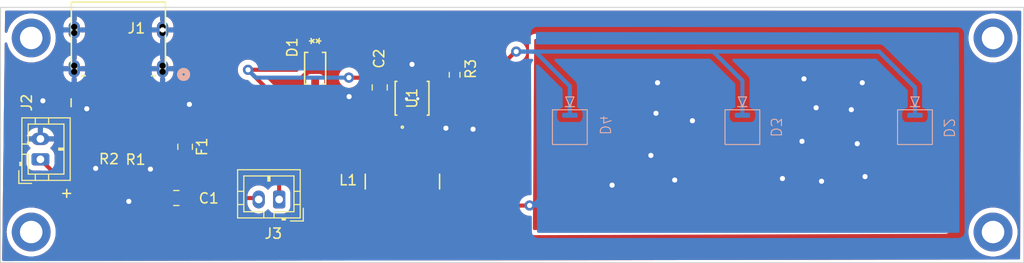
<source format=kicad_pcb>
(kicad_pcb (version 20221018) (generator pcbnew)
  (layers (0 "F.Cu" signal) (31 "B.Cu" signal) (34 "B.Paste" user) (35 "F.Paste" user) (36 "B.SilkS" user "B.Silkscreen") (37 "F.SilkS" user "F.Silkscreen") (38 "B.Mask" user) (39 "F.Mask" user) (44 "Edge.Cuts" user))
  (net 0 "")
  (net 1 "+5V")
  (net 2 "GND")
  (net 3 "Net-(D1-A)")
  (net 4 "Net-(F1-Pad1)")
  (net 5 "Net-(J1-CC1)")
  (net 6 "Net-(J1-CC2)")
  (net 8 "LED_OUT")
  (net 9 "LED_IN")
  (net 10 "Net-(J2-Pin_1)")
  (footprint "AMU-Other:IND_BOURNS_SRR6038" (layer "F.Cu") (at 139.28 117.0595 -90)
    (fp_text reference "L1" (at -0.1395 5.31 unlocked) (layer "F.SilkS"))
    (fp_text value "SRR6038-470Y" hide)
    (fp_line (start -0.72136 3.6322) (end 0.72136 3.6322) (stroke (width 0.1524)) (layer "F.SilkS"))
    (fp_line (start 0.72136 -3.6322) (end -0.72136 -3.6322) (stroke (width 0.1524)) (layer "F.SilkS"))
    (pad "1" smd rect (at -2.3495 0 270) (size 2.5908 7.2898) (layers "F.Cu" "F.Paste" "F.Mask") (net 3 "Net-(D1-A)"))
    (pad "2" smd rect (at 2.3495 0 270) (size 2.5908 7.2898) (layers "F.Cu" "F.Paste" "F.Mask") (net 8 "LED_OUT"))
    (zone (net 0) (net_name "") (layer "F.Cu") (connect_pads (clearance 0)) (min_thickness 0.254)
      (keepout (tracks not_allowed) (vias not_allowed) (pads allowed) (copperpour not_allowed) (footprints allowed))
      (fill (thermal_gap 0.508) (thermal_bridge_width 0.508))
      (polygon (pts (xy 142.8741 116.0562) (xy 142.8741 118.0628) (xy 135.6859 118.0628) (xy 135.6859 116.0562)))
    )
  )
  (footprint "Resistor_SMD:R_0603_1608Metric" (layer "F.Cu") (at 144.38 106.605 90)
    (fp_text reference "R3" (at 0.575 1.57 90) (layer "F.SilkS"))
    (fp_text value "0.15" hide)
    (fp_line (start -0.237258 -0.5225) (end 0.237258 -0.5225) (stroke (width 0.12)) (layer "F.SilkS"))
    (fp_line (start -0.237258 0.5225) (end 0.237258 0.5225) (stroke (width 0.12)) (layer "F.SilkS"))
    (pad "1" smd roundrect (at -0.825 0 90) (size 0.8 0.95) (layers "F.Cu" "F.Paste" "F.Mask") (net 9 "LED_IN"))
    (pad "2" smd roundrect (at 0.825 0 90) (size 0.8 0.95) (layers "F.Cu" "F.Paste" "F.Mask") (net 1 "+5V"))
  )
  (footprint "MountingHole:MountingHole_2.2mm_M2_DIN965_Pad" (layer "F.Cu") (at 103 122)
    (fp_text reference "H2" hide)
    (fp_text value "MountingHole" hide)
    (pad "1" thru_hole circle (at 0 0) (size 3.8 3.8) (drill 2.2) (layers "*.Cu" "*.Mask"))
  )
  (footprint "AMU-Other:U-DFN3030-6_DIO" (layer "F.Cu") (at 140.219999 108.9022 90)
    (fp_text reference "U1" (at 0 0 90 unlocked) (layer "F.SilkS"))
    (fp_text value "AL8862FF-7" hide)
    (fp_line (start -1.651 -1.651) (end -1.651 -1.485941) (stroke (width 0.1524)) (layer "F.SilkS"))
    (fp_line (start -1.651 1.485941) (end -1.651 1.651) (stroke (width 0.1524)) (layer "F.SilkS"))
    (fp_line (start -1.651 1.651) (end 1.651 1.651) (stroke (width 0.1524)) (layer "F.SilkS"))
    (fp_line (start 1.651 -1.651) (end -1.651 -1.651) (stroke (width 0.1524)) (layer "F.SilkS"))
    (fp_line (start 1.651 -1.485941) (end 1.651 -1.651) (stroke (width 0.1524)) (layer "F.SilkS"))
    (fp_line (start 1.651 1.651) (end 1.651 1.485941) (stroke (width 0.1524)) (layer "F.SilkS"))
    (fp_circle (center -2.8296 -0.95) (end -2.728 -0.95) (stroke (width 0.1524)) (fill none) (layer "F.SilkS"))
    (pad "1" smd rect (at -1.4478 -0.950001 90) (size 0.762 0.4064) (layers "F.Cu" "F.Paste" "F.Mask") (net 3 "Net-(D1-A)"))
    (pad "2" smd rect (at -1.4478 0 90) (size 0.762 0.4064) (layers "F.Cu" "F.Paste" "F.Mask") (net 2 "GND"))
    (pad "3" smd rect (at -1.4478 0.950001 90) (size 0.762 0.4064) (layers "F.Cu" "F.Paste" "F.Mask"))
    (pad "4" smd rect (at 1.4478 0.950001 90) (size 0.762 0.4064) (layers "F.Cu" "F.Paste" "F.Mask") (net 9 "LED_IN"))
    (pad "5" smd rect (at 1.4478 0 90) (size 0.762 0.4064) (layers "F.Cu" "F.Paste" "F.Mask") (net 2 "GND"))
    (pad "6" smd rect (at 1.4478 -0.950001 90) (size 0.762 0.4064) (layers "F.Cu" "F.Paste" "F.Mask") (net 1 "+5V"))
    (pad "7" smd rect (at 0 0 90) (size 1.6764 2.4384) (layers "F.Cu" "F.Paste" "F.Mask") (net 2 "GND"))
  )
  (footprint "MountingHole:MountingHole_2.2mm_M2_DIN965_Pad" (layer "F.Cu") (at 197 103)
    (fp_text reference "H3" hide)
    (fp_text value "MountingHole" hide)
    (pad "1" thru_hole circle (at 0 0) (size 3.8 3.8) (drill 2.2) (layers "*.Cu" "*.Mask"))
  )
  (footprint "Fuse:Fuse_0805_2012Metric" (layer "F.Cu") (at 118.040001 113.652506 -90)
    (fp_text reference "F1" (at 0 -1.65 90) (layer "F.SilkS"))
    (fp_text value "SMD0805B100TFT" hide)
    (fp_line (start -0.258578 -0.71) (end 0.258578 -0.71) (stroke (width 0.12)) (layer "F.SilkS"))
    (fp_line (start -0.258578 0.71) (end 0.258578 0.71) (stroke (width 0.12)) (layer "F.SilkS"))
    (pad "1" smd roundrect (at -0.9375 0 270) (size 0.975 1.4) (layers "F.Cu" "F.Paste" "F.Mask") (net 4 "Net-(F1-Pad1)"))
    (pad "2" smd roundrect (at 0.9375 0 270) (size 0.975 1.4) (layers "F.Cu" "F.Paste" "F.Mask") (net 10 "Net-(J2-Pin_1)"))
  )
  (footprint "Connector_JST:JST_PH_B2B-PH-K_1x02_P2.00mm_Vertical" (layer "F.Cu") (at 127.23 118.81 180)
    (fp_text reference "J3" (at 0.57 -3.34) (layer "F.SilkS"))
    (fp_text value "Conn_01x02_Pin" hide)
    (fp_line (start -2.36 -2.11) (end -2.36 -0.86) (stroke (width 0.12)) (layer "F.SilkS"))
    (fp_line (start -2.06 -1.81) (end -2.06 2.91) (stroke (width 0.12)) (layer "F.SilkS"))
    (fp_line (start -2.06 -0.5) (end -1.45 -0.5) (stroke (width 0.12)) (layer "F.SilkS"))
    (fp_line (start -2.06 0.8) (end -1.45 0.8) (stroke (width 0.12)) (layer "F.SilkS"))
    (fp_line (start -2.06 2.91) (end 4.06 2.91) (stroke (width 0.12)) (layer "F.SilkS"))
    (fp_line (start -1.45 -1.2) (end -1.45 2.3) (stroke (width 0.12)) (layer "F.SilkS"))
    (fp_line (start -1.45 2.3) (end 3.45 2.3) (stroke (width 0.12)) (layer "F.SilkS"))
    (fp_line (start -1.11 -2.11) (end -2.36 -2.11) (stroke (width 0.12)) (layer "F.SilkS"))
    (fp_line (start -0.6 -2.01) (end -0.6 -1.81) (stroke (width 0.12)) (layer "F.SilkS"))
    (fp_line (start -0.3 -2.01) (end -0.6 -2.01) (stroke (width 0.12)) (layer "F.SilkS"))
    (fp_line (start -0.3 -1.91) (end -0.6 -1.91) (stroke (width 0.12)) (layer "F.SilkS"))
    (fp_line (start -0.3 -1.81) (end -0.3 -2.01) (stroke (width 0.12)) (layer "F.SilkS"))
    (fp_line (start 0.5 -1.81) (end 0.5 -1.2) (stroke (width 0.12)) (layer "F.SilkS"))
    (fp_line (start 0.5 -1.2) (end -1.45 -1.2) (stroke (width 0.12)) (layer "F.SilkS"))
    (fp_line (start 0.9 1.8) (end 1.1 1.8) (stroke (width 0.12)) (layer "F.SilkS"))
    (fp_line (start 0.9 2.3) (end 0.9 1.8) (stroke (width 0.12)) (layer "F.SilkS"))
    (fp_line (start 1 2.3) (end 1 1.8) (stroke (width 0.12)) (layer "F.SilkS"))
    (fp_line (start 1.1 1.8) (end 1.1 2.3) (stroke (width 0.12)) (layer "F.SilkS"))
    (fp_line (start 1.5 -1.2) (end 1.5 -1.81) (stroke (width 0.12)) (layer "F.SilkS"))
    (fp_line (start 3.45 -1.2) (end 1.5 -1.2) (stroke (width 0.12)) (layer "F.SilkS"))
    (fp_line (start 3.45 2.3) (end 3.45 -1.2) (stroke (width 0.12)) (layer "F.SilkS"))
    (fp_line (start 4.06 -1.81) (end -2.06 -1.81) (stroke (width 0.12)) (layer "F.SilkS"))
    (fp_line (start 4.06 -0.5) (end 3.45 -0.5) (stroke (width 0.12)) (layer "F.SilkS"))
    (fp_line (start 4.06 0.8) (end 3.45 0.8) (stroke (width 0.12)) (layer "F.SilkS"))
    (fp_line (start 4.06 2.91) (end 4.06 -1.81) (stroke (width 0.12)) (layer "F.SilkS"))
    (pad "1" thru_hole roundrect (at 0 0 180) (size 1.2 1.75) (drill 0.75) (layers "*.Cu" "*.Mask") (roundrect_rratio 0.2083333333) (net 1 "+5V"))
    (pad "2" thru_hole oval (at 2 0 180) (size 1.2 1.75) (drill 0.75) (layers "*.Cu" "*.Mask") (net 10 "Net-(J2-Pin_1)"))
  )
  (footprint "MountingHole:MountingHole_2.2mm_M2_DIN965_Pad" (layer "F.Cu") (at 197 122)
    (fp_text reference "H4" hide)
    (fp_text value "MountingHole" hide)
    (pad "1" thru_hole circle (at 0 0) (size 3.8 3.8) (drill 2.2) (layers "*.Cu" "*.Mask"))
  )
  (footprint "Connector_JST:JST_PH_B2B-PH-K_1x02_P2.00mm_Vertical" (layer "F.Cu") (at 103.9 114.88 90)
    (fp_text reference "J2" (at 5.55 -1.34 90) (layer "F.SilkS"))
    (fp_text value "Conn_01x02_Pin" hide)
    (fp_line (start -2.36 -2.11) (end -2.36 -0.86) (stroke (width 0.12)) (layer "F.SilkS"))
    (fp_line (start -2.06 -1.81) (end -2.06 2.91) (stroke (width 0.12)) (layer "F.SilkS"))
    (fp_line (start -2.06 -0.5) (end -1.45 -0.5) (stroke (width 0.12)) (layer "F.SilkS"))
    (fp_line (start -2.06 0.8) (end -1.45 0.8) (stroke (width 0.12)) (layer "F.SilkS"))
    (fp_line (start -2.06 2.91) (end 4.06 2.91) (stroke (width 0.12)) (layer "F.SilkS"))
    (fp_line (start -1.45 -1.2) (end -1.45 2.3) (stroke (width 0.12)) (layer "F.SilkS"))
    (fp_line (start -1.45 2.3) (end 3.45 2.3) (stroke (width 0.12)) (layer "F.SilkS"))
    (fp_line (start -1.11 -2.11) (end -2.36 -2.11) (stroke (width 0.12)) (layer "F.SilkS"))
    (fp_line (start -0.6 -2.01) (end -0.6 -1.81) (stroke (width 0.12)) (layer "F.SilkS"))
    (fp_line (start -0.3 -2.01) (end -0.6 -2.01) (stroke (width 0.12)) (layer "F.SilkS"))
    (fp_line (start -0.3 -1.91) (end -0.6 -1.91) (stroke (width 0.12)) (layer "F.SilkS"))
    (fp_line (start -0.3 -1.81) (end -0.3 -2.01) (stroke (width 0.12)) (layer "F.SilkS"))
    (fp_line (start 0.5 -1.81) (end 0.5 -1.2) (stroke (width 0.12)) (layer "F.SilkS"))
    (fp_line (start 0.5 -1.2) (end -1.45 -1.2) (stroke (width 0.12)) (layer "F.SilkS"))
    (fp_line (start 0.9 1.8) (end 1.1 1.8) (stroke (width 0.12)) (layer "F.SilkS"))
    (fp_line (start 0.9 2.3) (end 0.9 1.8) (stroke (width 0.12)) (layer "F.SilkS"))
    (fp_line (start 1 2.3) (end 1 1.8) (stroke (width 0.12)) (layer "F.SilkS"))
    (fp_line (start 1.1 1.8) (end 1.1 2.3) (stroke (width 0.12)) (layer "F.SilkS"))
    (fp_line (start 1.5 -1.2) (end 1.5 -1.81) (stroke (width 0.12)) (layer "F.SilkS"))
    (fp_line (start 3.45 -1.2) (end 1.5 -1.2) (stroke (width 0.12)) (layer "F.SilkS"))
    (fp_line (start 3.45 2.3) (end 3.45 -1.2) (stroke (width 0.12)) (layer "F.SilkS"))
    (fp_line (start 4.06 -1.81) (end -2.06 -1.81) (stroke (width 0.12)) (layer "F.SilkS"))
    (fp_line (start 4.06 -0.5) (end 3.45 -0.5) (stroke (width 0.12)) (layer "F.SilkS"))
    (fp_line (start 4.06 0.8) (end 3.45 0.8) (stroke (width 0.12)) (layer "F.SilkS"))
    (fp_line (start 4.06 2.91) (end 4.06 -1.81) (stroke (width 0.12)) (layer "F.SilkS"))
    (pad "1" thru_hole roundrect (at 0 0 90) (size 1.2 1.75) (drill 0.75) (layers "*.Cu" "*.Mask") (roundrect_rratio 0.2083333333) (net 10 "Net-(J2-Pin_1)"))
    (pad "2" thru_hole oval (at 2 0 90) (size 1.2 1.75) (drill 0.75) (layers "*.Cu" "*.Mask") (net 2 "GND"))
  )
  (footprint "MountingHole:MountingHole_2.2mm_M2_DIN965_Pad" (layer "F.Cu") (at 103 103)
    (fp_text reference "H1" hide)
    (fp_text value "MountingHole" hide)
    (pad "1" thru_hole circle (at 0 0) (size 3.8 3.8) (drill 2.2) (layers "*.Cu" "*.Mask"))
  )
  (footprint "AMU-Resistors:ERJ6G_PAN" (layer "F.Cu") (at 110.167202 113.000006)
    (fp_text reference "R2" (at 0.432799 1.85 unlocked) (layer "F.SilkS"))
    (fp_text value "5k1" hide)
    (pad "1" smd rect (at -0.852799 0) (size 1.005599 1.199998) (layers "F.Cu" "F.Paste" "F.Mask") (net 2 "GND"))
    (pad "2" smd rect (at 0.852799 0) (size 1.005599 1.199998) (layers "F.Cu" "F.Paste" "F.Mask") (net 6 "Net-(J1-CC2)"))
    (zone (net 0) (net_name "") (layer "F.Cu") (connect_pads (clearance 0)) (min_thickness 0.254)
      (keepout (tracks not_allowed) (vias not_allowed) (pads allowed) (copperpour not_allowed) (footprints allowed))
      (fill (thermal_gap 0.508) (thermal_bridge_width 0.508))
      (polygon (pts (xy 109.868003 112.450807) (xy 110.466401 112.450807) (xy 110.466401 113.549205) (xy 109.868003 113.549205)))
    )
  )
  (footprint "AMU-Resistors:ERJ6G_PAN" (layer "F.Cu") (at 113.7728 113.000006 180)
    (fp_text reference "R1" (at 0.572799 -1.91 unlocked) (layer "F.SilkS"))
    (fp_text value "5k1" hide)
    (pad "1" smd rect (at -0.852799 0 180) (size 1.005599 1.199998) (layers "F.Cu" "F.Paste" "F.Mask") (net 2 "GND"))
    (pad "2" smd rect (at 0.852799 0 180) (size 1.005599 1.199998) (layers "F.Cu" "F.Paste" "F.Mask") (net 5 "Net-(J1-CC1)"))
    (zone (net 0) (net_name "") (layer "F.Cu") (connect_pads (clearance 0)) (min_thickness 0.254)
      (keepout (tracks not_allowed) (vias not_allowed) (pads allowed) (copperpour not_allowed) (footprints allowed))
      (fill (thermal_gap 0.508) (thermal_bridge_width 0.508))
      (polygon (pts (xy 114.071999 113.549205) (xy 113.473601 113.549205) (xy 113.473601 112.450807) (xy 114.071999 112.450807)))
    )
  )
  (footprint "AMU-Connectors:CONN6_125-GF-A-0190_GCT" (layer "F.Cu") (at 114.269993 106.010006 180)
    (fp_text reference "J1" (at 0.989992 3.96 unlocked) (layer "F.SilkS"))
    (fp_text value "USB4125-GF-A-0190" hide)
    (fp_circle (center -3.625405 -0.559994) (end -3.244405 -0.559994) (stroke (width 0.508)) (fill none) (layer "B.SilkS"))
    (fp_line (start -1.847405 0.097634) (end -1.847405 6.526606) (stroke (width 0.1524)) (layer "F.SilkS"))
    (fp_line (start -1.847405 6.526606) (end 7.347395 6.526606) (stroke (width 0.1524)) (layer "F.SilkS"))
    (fp_line (start -0.48914 -0.686994) (end -0.867656 -0.686994) (stroke (width 0.1524)) (layer "F.SilkS"))
    (fp_line (start 6.367646 -0.686994) (end 5.98913 -0.686994) (stroke (width 0.1524)) (layer "F.SilkS"))
    (fp_line (start 7.347395 6.526606) (end 7.347395 0.097634) (stroke (width 0.1524)) (layer "F.SilkS"))
    (fp_circle (center -3.625405 -0.559994) (end -3.244405 -0.559994) (stroke (width 0.508)) (fill none) (layer "F.SilkS"))
    (fp_line (start -1.570007 0.292106) (end -1.570007 -0.292094) (stroke (width 0.6096)) (layer "Edge.Cuts"))
    (fp_line (start -1.570007 4.092106) (end -1.570007 3.507906) (stroke (width 0.6096)) (layer "Edge.Cuts"))
    (fp_line (start 7.069997 0.292106) (end 7.069997 -0.292094) (stroke (width 0.6096)) (layer "Edge.Cuts"))
    (fp_line (start 7.069997 4.092106) (end 7.069997 3.507906) (stroke (width 0.6096)) (layer "Edge.Cuts"))
    (pad "" np_thru_hole circle (at -1.570007 -0.292094 180) (size 0.6096 0.6096) (drill 0.6096) (layers))
    (pad "" np_thru_hole circle (at -1.570007 0.292106 180) (size 0.6096 0.6096) (drill 0.6096) (layers))
    (pad "" np_thru_hole circle (at -1.570007 3.507906 180) (size 0.6096 0.6096) (drill 0.6096) (layers))
    (pad "" np_thru_hole circle (at -1.570007 4.092106 180) (size 0.6096 0.6096) (drill 0.6096) (layers))
    (pad "" np_thru_hole circle (at 7.069997 -0.292094 180) (size 0.6096 0.6096) (drill 0.6096) (layers))
    (pad "" np_thru_hole circle (at 7.069997 0.292106 180) (size 0.6096 0.6096) (drill 0.6096) (layers))
    (pad "" np_thru_hole circle (at 7.069997 3.507906 180) (size 0.6096 0.6096) (drill 0.6096) (layers))
    (pad "" np_thru_hole circle (at 7.069997 4.092106 180) (size 0.6096 0.6096) (drill 0.6096) (layers))
    (pad "1" smd rect (at 0 0 180) (size 0.8128 1.1938) (layers "F.Cu" "F.Paste" "F.Mask") (net 2 "GND"))
    (pad "2" smd rect (at 1.229998 0 180) (size 0.762 1.1938) (layers "F.Cu" "F.Paste" "F.Mask") (net 4 "Net-(F1-Pad1)"))
    (pad "3" smd rect (at 2.249996 0 180) (size 0.7112 1.1938) (layers "F.Cu" "F.Paste" "F.Mask") (net 5 "Net-(J1-CC1)"))
    (pad "4" smd rect (at 3.249994 0 180) (size 0.7112 1.1938) (layers "F.Cu" "F.Paste" "F.Mask") (net 6 "Net-(J1-CC2)"))
    (pad "5" smd rect (at 4.269992 0 180) (size 0.762 1.1938) (layers "F.Cu" "F.Paste" "F.Mask") (net 4 "Net-(F1-Pad1)"))
    (pad "6" smd rect (at 5.49999 0 180) (size 0.8128 1.1938) (layers "F.Cu" "F.Paste" "F.Mask") (net 2 "GND"))
    (pad "7" thru_hole oval (at -1.570007 0.000006 270) (size 1.7018 1.1176) (drill 0.0254) (layers "*.Cu" "*.Mask") (net 2 "GND"))
    (pad "8" thru_hole oval (at -1.570007 3.800006 270) (size 1.7018 1.1176) (drill 0.0254) (layers "*.Cu" "*.Mask") (net 2 "GND"))
    (pad "9" thru_hole oval (at 7.069997 0.000006 270) (size 1.7018 1.1176) (drill 0.0254) (layers "*.Cu" "*.Mask") (net 2 "GND"))
    (pad "10" thru_hole oval (at 7.069997 3.800006 270) (size 1.7018 1.1176) (drill 0.0254) (layers "*.Cu" "*.Mask") (net 2 "GND"))
    (pad "13" thru_hole circle (at -1.570007 3.800006 180) (size 0.762 0.762) (drill 0.508) (layers "*.Cu" "*.Mask"))
  )
  (footprint "Capacitor_SMD:C_0805_2012Metric" (layer "F.Cu") (at 117.180001 118.670006 180)
    (fp_text reference "C1" (at -3.17 -0.03) (layer "F.SilkS"))
    (fp_text value "22uf" hide)
    (fp_line (start -0.261252 -0.735) (end 0.261252 -0.735) (stroke (width 0.12)) (layer "F.SilkS"))
    (fp_line (start -0.261252 0.735) (end 0.261252 0.735) (stroke (width 0.12)) (layer "F.SilkS"))
    (pad "1" smd roundrect (at -0.95 0 180) (size 1 1.45) (layers "F.Cu" "F.Paste" "F.Mask") (net 10 "Net-(J2-Pin_1)"))
    (pad "2" smd roundrect (at 0.95 0 180) (size 1 1.45) (layers "F.Cu" "F.Paste" "F.Mask") (net 2 "GND"))
  )
  (footprint "AMU-Diodes:SOD-123_ONS" (layer "F.Cu") (at 130.75 105.96 -90)
    (fp_text reference "D1" (at -2.03 2.24 90 unlocked) (layer "F.SilkS"))
    (fp_text value "MBR0540T3G " hide)
    (fp_text user "*" (at -2.667 0 -90 unlocked) (layer "F.SilkS"))
    (fp_text user "*" (at -2.667 0 90) (layer "F.SilkS"))
    (fp_line (start -1.5494 -1.0287) (end -1.5494 -0.71374) (stroke (width 0.1524)) (layer "F.SilkS"))
    (fp_line (start -1.5494 0.71374) (end -1.5494 1.0287) (stroke (width 0.1524)) (layer "F.SilkS"))
    (fp_line (start -1.5494 1.0287) (end 1.5494 1.0287) (stroke (width 0.1524)) (layer "F.SilkS"))
    (fp_line (start 1.5494 -1.0287) (end -1.5494 -1.0287) (stroke (width 0.1524)) (layer "F.SilkS"))
    (fp_line (start 1.5494 -0.71374) (end 1.5494 -1.0287) (stroke (width 0.1524)) (layer "F.SilkS"))
    (fp_line (start 1.5494 1.0287) (end 1.5494 0.71374) (stroke (width 0.1524)) (layer "F.SilkS"))
    (pad "1" smd rect (at -1.6764 0 270) (size 1.2192 0.762) (layers "F.Cu" "F.Paste" "F.Mask") (net 1 "+5V"))
    (pad "2" smd rect (at 1.6764 0 270) (size 1.2192 0.762) (layers "F.Cu" "F.Paste" "F.Mask") (net 3 "Net-(D1-A)"))
  )
  (footprint "Capacitor_SMD:C_0805_2012Metric" (layer "F.Cu") (at 137.06 107.84 -90)
    (fp_text reference "C2" (at -2.82 0.06 90) (layer "F.SilkS"))
    (fp_text value "22uf" hide)
    (fp_line (start -0.261252 -0.735) (end 0.261252 -0.735) (stroke (width 0.12)) (layer "F.SilkS"))
    (fp_line (start -0.261252 0.735) (end 0.261252 0.735) (stroke (width 0.12)) (layer "F.SilkS"))
    (pad "1" smd roundrect (at -0.95 0 270) (size 1 1.45) (layers "F.Cu" "F.Paste" "F.Mask") (net 1 "+5V"))
    (pad "2" smd roundrect (at 0.95 0 270) (size 1 1.45) (layers "F.Cu" "F.Paste" "F.Mask") (net 2 "GND"))
  )
  (footprint "AMU-Diodes:GWPLLRA1.EM" (layer "B.Cu") (at 189.37 111.730403 90)
    (fp_text reference "D2" (at -0.079597 3.32 270 unlocked) (layer "B.SilkS") (effects (font (thickness 0.1)) (justify mirror)))
    (fp_text value "GW PLLRA1.EM-M8MF-XX57-1-700-R18 " hide)
    (fp_line (start 2.01 0) (end 2.96 0.4) (stroke (width 0.1)) (layer "B.SilkS"))
    (fp_line (start 2.01 0.46) (end 2.01 -0.46) (stroke (width 0.1)) (layer "B.SilkS"))
    (fp_line (start 2.96 -0.39) (end 2.01 0) (stroke (width 0.1)) (layer "B.SilkS"))
    (fp_line (start 2.96 0.4) (end 2.96 -0.39) (stroke (width 0.1)) (layer "B.SilkS"))
    (fp_rect (start -1.7 1.7) (end 1.7 -1.7) (stroke (width 0.1)) (fill none) (layer "B.SilkS"))
    (pad "1" smd roundrect (at -1.16 0 90) (size 0.48 1.5) (layers "B.Cu" "B.Paste" "B.Mask") (net 8 "LED_OUT"))
    (pad "2" smd roundrect (at 1.16 0 90) (size 0.48 1.5) (layers "B.Cu" "B.Paste" "B.Mask") (net 9 "LED_IN"))
    (pad "3" smd roundrect (at 0 0 90) (size 1 2.4) (layers "B.Cu" "B.Paste" "B.Mask") (net 8 "LED_OUT"))
  )
  (footprint "AMU-Diodes:GWPLLRA1.EM" (layer "B.Cu") (at 172.505 111.730403 90)
    (fp_text reference "D3" (at -0.019597 3.275 270 unlocked) (layer "B.SilkS") (effects (font (thickness 0.1)) (justify mirror)))
    (fp_text value "GW PLLRA1.EM-M8MF-XX57-1-700-R18 " hide)
    (fp_line (start 2.01 0) (end 2.96 0.4) (stroke (width 0.1)) (layer "B.SilkS"))
    (fp_line (start 2.01 0.46) (end 2.01 -0.46) (stroke (width 0.1)) (layer "B.SilkS"))
    (fp_line (start 2.96 -0.39) (end 2.01 0) (stroke (width 0.1)) (layer "B.SilkS"))
    (fp_line (start 2.96 0.4) (end 2.96 -0.39) (stroke (width 0.1)) (layer "B.SilkS"))
    (fp_rect (start -1.7 1.7) (end 1.7 -1.7) (stroke (width 0.1)) (fill none) (layer "B.SilkS"))
    (pad "1" smd roundrect (at -1.16 0 90) (size 0.48 1.5) (layers "B.Cu" "B.Paste" "B.Mask") (net 8 "LED_OUT"))
    (pad "2" smd roundrect (at 1.16 0 90) (size 0.48 1.5) (layers "B.Cu" "B.Paste" "B.Mask") (net 9 "LED_IN"))
    (pad "3" smd roundrect (at 0 0 90) (size 1 2.4) (layers "B.Cu" "B.Paste" "B.Mask") (net 8 "LED_OUT"))
  )
  (footprint "AMU-Diodes:GWPLLRA1.EM" (layer "B.Cu") (at 155.64 111.730403 90)
    (fp_text reference "D4" (at 0.190403 3.44 270 unlocked) (layer "B.SilkS") (effects (font (thickness 0.1)) (justify mirror)))
    (fp_text value "GW PLLRA1.EM-M8MF-XX57-1-700-R18 " hide)
    (fp_line (start 2.01 0) (end 2.96 0.4) (stroke (width 0.1)) (layer "B.SilkS"))
    (fp_line (start 2.01 0.46) (end 2.01 -0.46) (stroke (width 0.1)) (layer "B.SilkS"))
    (fp_line (start 2.96 -0.39) (end 2.01 0) (stroke (width 0.1)) (layer "B.SilkS"))
    (fp_line (start 2.96 0.4) (end 2.96 -0.39) (stroke (width 0.1)) (layer "B.SilkS"))
    (fp_rect (start -1.7 1.7) (end 1.7 -1.7) (stroke (width 0.1)) (fill none) (layer "B.SilkS"))
    (pad "1" smd roundrect (at -1.16 0 90) (size 0.48 1.5) (layers "B.Cu" "B.Paste" "B.Mask") (net 8 "LED_OUT"))
    (pad "2" smd roundrect (at 1.16 0 90) (size 0.48 1.5) (layers "B.Cu" "B.Paste" "B.Mask") (net 9 "LED_IN"))
    (pad "3" smd roundrect (at 0 0 90) (size 1 2.4) (layers "B.Cu" "B.Paste" "B.Mask") (net 8 "LED_OUT"))
  )
  (gr_rect (start 100 100) (end 200 125) (stroke (width 0.1)) (fill none) (layer "Edge.Cuts"))
  (gr_text "+" (at 105.75 118.73) (layer "F.SilkS") (effects (font (size 1 1)) (justify left bottom)))
  (gr_text "-" (at 107.41 110.06 90) (layer "F.SilkS") (effects (font (size 1 1)) (justify left bottom)))
  (segment (start 134.05 106.88) (end 134.06 106.89) (width 0.4) (layer "F.Cu") (net 1))
  (segment (start 124.2 106.11) (end 128.9236 106.11) (width 0.4) (layer "F.Cu") (net 1))
  (segment (start 142.8836 104.2836) (end 144.38 105.78) (width 0.4) (layer "F.Cu") (net 1))
  (segment (start 137.06 106.89) (end 134.08 106.89) (width 0.4) (layer "F.Cu") (net 1))
  (segment (start 127.23 109.16) (end 124.19 106.12) (width 0.4) (layer "F.Cu") (net 1))
  (segment (start 124.19 106.12) (end 124.2 106.11) (width 0.4) (layer "F.Cu") (net 1))
  (segment (start 130.75 104.2836) (end 142.8836 104.2836) (width 0.4) (layer "F.Cu") (net 1))
  (segment (start 127.23 118.81) (end 127.23 109.16) (width 0.4) (layer "F.Cu") (net 1))
  (segment (start 137.06 106.89) (end 138.705598 106.89) (width 0.4) (layer "F.Cu") (net 1))
  (segment (start 124.18 106.11) (end 124.19 106.12) (width 0.4) (layer "F.Cu") (net 1))
  (segment (start 128.9236 106.11) (end 130.75 104.2836) (width 0.4) (layer "F.Cu") (net 1))
  (segment (start 134.08 106.89) (end 134.05 106.88) (width 0.4) (layer "F.Cu") (net 1))
  (segment (start 138.705598 106.89) (end 139.269998 107.4544) (width 0.4) (layer "F.Cu") (net 1))
  (segment (start 134.06 106.89) (end 134.07 106.89) (width 0.4) (layer "F.Cu") (net 1))
  (via (at 134.05 106.88) (size 1) (drill 0.5) (layers "F.Cu" "B.Cu") (net 1))
  (via (at 124.19 106.12) (size 1) (drill 0.5) (layers "F.Cu" "B.Cu") (net 1))
  (segment (start 134.05 106.88) (end 124.95 106.88) (width 0.4) (layer "B.Cu") (net 1))
  (segment (start 124.95 106.88) (end 124.19 106.12) (width 0.4) (layer "B.Cu") (net 1))
  (segment (start 140.928999 111.84) (end 143.52 111.84) (width 0.4) (layer "F.Cu") (net 2))
  (segment (start 114.625599 113.000006) (end 114.625599 115.814408) (width 0.4) (layer "F.Cu") (net 2))
  (segment (start 134.04 108.74) (end 134.07 108.77) (width 0.4) (layer "F.Cu") (net 2))
  (segment (start 134.09 108.79) (end 134.07 108.77) (width 0.4) (layer "F.Cu") (net 2))
  (segment (start 108.770003 106.010006) (end 108.770003 106.660004) (width 0.4) (layer "F.Cu") (net 2))
  (segment (start 143.52 111.84) (end 143.53 111.83) (width 0.4) (layer "F.Cu") (net 2))
  (segment (start 140.219999 110.35) (end 140.219999 111.131) (width 0.4) (layer "F.Cu") (net 2))
  (segment (start 109.300001 115.770006) (end 109.314403 115.784408) (width 0.4) (layer "F.Cu") (net 2))
  (segment (start 114.650001 115.840006) (end 114.600001 115.840006) (width 0.4) (layer "F.Cu") (net 2))
  (segment (start 108.43 109.93) (end 108.46 109.93) (width 0.4) (layer "F.Cu") (net 2))
  (segment (start 112.849994 118.670006) (end 112.54 118.98) (width 0.4) (layer "F.Cu") (net 2))
  (segment (start 112.54 118.98) (end 112.54 119) (width 0.4) (layer "F.Cu") (net 2))
  (segment (start 114.269993 106.010006) (end 114.269993 104.239993) (width 0.4) (layer "F.Cu") (net 2))
  (segment (start 139.67 108.95) (end 140.267799 108.9022) (width 0.4) (layer "F.Cu") (net 2))
  (segment (start 108.770003 106.660004) (end 106.280001 109.150006) (width 0.4) (layer "F.Cu") (net 2))
  (segment (start 108.43 109.96) (end 108.43 109.93) (width 0.4) (layer "F.Cu") (net 2))
  (segment (start 143.1522 108.9022) (end 146.18 111.93) (width 0.4) (layer "F.Cu") (net 2))
  (segment (start 108.770003 103.949997) (end 108.770003 106.010006) (width 0.4) (layer "F.Cu") (net 2))
  (segment (start 103.9 112.88) (end 105.51 112.88) (width 0.4) (layer "F.Cu") (net 2))
  (segment (start 140.267799 108.9022) (end 143.1522 108.9022) (width 0.4) (layer "F.Cu") (net 2))
  (segment (start 114.269993 106.010006) (end 114.269993 106.899998) (width 0.4) (layer "F.Cu") (net 2))
  (segment (start 114.625599 115.814408) (end 114.650001 115.790006) (width 0.4) (layer "F.Cu") (net 2))
  (segment (start 104.140001 109.150006) (end 104.220001 109.150006) (width 0.4) (layer "F.Cu") (net 2))
  (segment (start 137.06 108.79) (end 134.09 108.79) (width 0.4) (layer "F.Cu") (net 2))
  (segment (start 146.18 111.93) (end 146.23 111.98) (width 0.4) (layer "F.Cu") (net 2))
  (segment (start 140.219999 108.9022) (end 140.172199 108.9022) (width 0.4) (layer "F.Cu") (net 2))
  (segment (start 114.269993 104.239993) (end 112.44 102.41) (width 0.4) (layer "F.Cu") (net 2))
  (segment (start 112.44 102.41) (end 110.31 102.41) (width 0.4) (layer "F.Cu") (net 2))
  (segment (start 106.280001 109.150006) (end 104.140001 109.150006) (width 0.4) (layer "F.Cu") (net 2))
  (segment (start 116.230001 118.670006) (end 112.849994 118.670006) (width 0.4) (layer "F.Cu") (net 2))
  (segment (start 112.54 119) (end 112.52 119) (width 0.4) (layer "F.Cu") (net 2))
  (segment (start 109.314403 115.874408) (end 109.330001 115.890006) (width 0.4) (layer "F.Cu") (net 2))
  (segment (start 140.219999 111.131) (end 140.928999 111.84) (width 0.4) (layer "F.Cu") (net 2))
  (segment (start 114.269993 106.899998) (end 116.870001 109.500006) (width 0.4) (layer "F.Cu") (net 2))
  (segment (start 109.314403 115.784408) (end 109.314403 115.874408) (width 0.4) (layer "F.Cu") (net 2))
  (segment (start 140.172199 108.9022) (end 139.67 108.95) (width 0.4) (layer "F.Cu") (net 2))
  (segment (start 110.31 102.41) (end 108.770003 103.949997) (width 0.4) (layer "F.Cu") (net 2))
  (segment (start 140.219999 107.4544) (end 140.22 105.58) (width 0.4) (layer "F.Cu") (net 2))
  (segment (start 109.314403 113.000006) (end 109.314403 115.755604) (width 0.4) (layer "F.Cu") (net 2))
  (segment (start 140.22 105.58) (end 140.22 105.64) (width 0.4) (layer "F.Cu") (net 2))
  (segment (start 112.52 119) (end 112.48 119.04) (width 0.4) (layer "F.Cu") (net 2))
  (segment (start 114.650001 115.790006) (end 114.650001 115.840006) (width 0.4) (layer "F.Cu") (net 2))
  (segment (start 114.600001 115.840006) (end 114.620001 115.820006) (width 0.4) (layer "F.Cu") (net 2))
  (segment (start 105.51 112.88) (end 108.43 109.96) (width 0.4) (layer "F.Cu") (net 2))
  (segment (start 109.314403 115.755604) (end 109.300001 115.770006) (width 0.4) (layer "F.Cu") (net 2))
  (segment (start 116.870001 109.500006) (end 118.460001 109.500006) (width 0.4) (layer "F.Cu") (net 2))
  (segment (start 108.46 109.93) (end 108.43 109.96) (width 0.4) (layer "F.Cu") (net 2))
  (segment (start 134.07 108.74) (end 134.04 108.74) (width 0.4) (layer "F.Cu") (net 2))
  (segment (start 143.54 111.84) (end 143.61 111.84) (width 0.4) (layer "F.Cu") (net 2))
  (segment (start 134.07 108.77) (end 134.07 108.74) (width 0.4) (layer "F.Cu") (net 2))
  (segment (start 143.53 111.83) (end 143.54 111.84) (width 0.4) (layer "F.Cu") (net 2))
  (via (at 118.460001 109.500006) (size 1) (drill 0.5) (layers "F.Cu" "B.Cu") (net 2))
  (via (at 139.67 108.95) (size 0.6) (drill 0.3) (layers "F.Cu" "B.Cu") (net 2))
  (via (at 114.650001 115.840006) (size 1) (drill 0.5) (layers "F.Cu" "B.Cu") (net 2))
  (via (at 108.43 109.93) (size 1) (drill 0.5) (layers "F.Cu" "B.Cu") (net 2))
  (via (at 146.18 111.93) (size 1) (drill 0.5) (layers "F.Cu" "B.Cu") (net 2))
  (via (at 112.54 119) (size 1) (drill 0.5) (layers "F.Cu" "B.Cu") (net 2))
  (via (at 104.140001 109.150006) (size 1) (drill 0.5) (layers "F.Cu" "B.Cu") (net 2))
  (via (at 109.300001 115.770006) (size 1) (drill 0.5) (layers "F.Cu" "B.Cu") (net 2))
  (via (at 140.22 105.58) (size 1) (drill 0.5) (layers "F.Cu" "B.Cu") (net 2))
  (via (at 134.07 108.74) (size 1) (drill 0.5) (layers "F.Cu" "B.Cu") (net 2))
  (via (at 143.53 111.83) (size 1) (drill 0.5) (layers "F.Cu" "B.Cu") (net 2))
  (via (at 140.78 108.95) (size 0.6) (drill 0.3) (layers "F.Cu" "B.Cu") (net 2))
  (segment (start 130.75 107.6364) (end 133.4636 110.35) (width 0.4) (layer "F.Cu") (net 3))
  (segment (start 133.4636 110.35) (end 139.269998 110.35) (width 0.4) (layer "F.Cu") (net 3))
  (segment (start 139.269998 110.35) (end 139.269998 114.699998) (width 0.4) (layer "F.Cu") (net 3))
  (segment (start 139.269998 114.699998) (end 139.28 114.71) (width 0.4) (layer "F.Cu") (net 3))
  (segment (start 113.039995 107.715) (end 118.040001 112.715006) (width 0.4) (layer "F.Cu") (net 4))
  (segment (start 112.47 104.1) (end 110.35 104.1) (width 0.4) (layer "F.Cu") (net 4))
  (segment (start 113.039995 104.669995) (end 112.47 104.1) (width 0.4) (layer "F.Cu") (net 4))
  (segment (start 113.039995 106.010006) (end 113.039995 104.669995) (width 0.4) (layer "F.Cu") (net 4))
  (segment (start 110.35 104.1) (end 110.000001 104.449999) (width 0.4) (layer "F.Cu") (net 4))
  (segment (start 113.039995 106.010006) (end 113.039995 107.715) (width 0.4) (layer "F.Cu") (net 4))
  (segment (start 110.000001 104.449999) (end 110.000001 106.010006) (width 0.4) (layer "F.Cu") (net 4))
  (segment (start 112.019997 112.100002) (end 112.920001 113.000006) (width 0.25) (layer "F.Cu") (net 5))
  (segment (start 112.019997 106.010006) (end 112.019997 112.100002) (width 0.25) (layer "F.Cu") (net 5))
  (segment (start 111.019999 113.000004) (end 111.020001 113.000006) (width 0.25) (layer "F.Cu") (net 6))
  (segment (start 111.019999 106.010006) (end 111.019999 113.000004) (width 0.25) (layer "F.Cu") (net 6))
  (segment (start 151.71 119.4) (end 151.659 119.409) (width 0.4) (layer "F.Cu") (net 8))
  (segment (start 151.641 119.409) (end 151.71 119.4) (width 0.4) (layer "F.Cu") (net 8))
  (segment (start 151.659 119.409) (end 151.65 119.409) (width 0.4) (layer "F.Cu") (net 8))
  (segment (start 139.28 119.409) (end 151.641 119.409) (width 0.4) (layer "F.Cu") (net 8))
  (via (at 159.77 117.41) (size 1) (drill 0.5) (layers "F.Cu" "B.Cu") (net 8))
  (via (at 176.42 116.76) (size 1) (drill 0.5) (layers "F.Cu" "B.Cu") (net 8))
  (via (at 164.21 107.38) (size 1) (drill 0.5) (layers "F.Cu" "B.Cu") (net 8))
  (via (at 163.56 114.5) (size 1) (drill 0.5) (layers "F.Cu" "B.Cu") (net 8))
  (via (at 184.22 107.38) (size 1) (drill 0.5) (layers "F.Cu" "B.Cu") (net 8))
  (via (at 183.15 110.02) (size 1) (drill 0.5) (layers "F.Cu" "B.Cu") (net 8))
  (via (at 164.06 110.37) (size 1) (drill 0.5) (layers "F.Cu" "B.Cu") (net 8))
  (via (at 180.24 117.03) (size 1) (drill 0.5) (layers "F.Cu" "B.Cu") (net 8))
  (via (at 151.71 119.4) (size 1) (drill 0.5) (layers "F.Cu" "B.Cu") (net 8))
  (via (at 178.33 113.12) (size 1) (drill 0.5) (layers "F.Cu" "B.Cu") (net 8))
  (via (at 167.62 111.1) (size 1) (drill 0.5) (layers "F.Cu" "B.Cu") (net 8))
  (via (at 179.71 109.83) (size 1) (drill 0.5) (layers "F.Cu" "B.Cu") (net 8))
  (via (at 178.52 107) (size 1) (drill 0.5) (layers "F.Cu" "B.Cu") (net 8))
  (via (at 165.89 116.91) (size 1) (drill 0.5) (layers "F.Cu" "B.Cu") (net 8))
  (via (at 183.73 113.35) (size 1) (drill 0.5) (layers "F.Cu" "B.Cu") (net 8))
  (via (at 184.49 116.57) (size 1) (drill 0.5) (layers "F.Cu" "B.Cu") (net 8))
  (segment (start 155.64 112.890403) (end 155.64 115.82) (width 0.4) (layer "B.Cu") (net 8))
  (segment (start 151.71 119.4) (end 152.06 119.4) (width 0.4) (layer "B.Cu") (net 8))
  (segment (start 152.06 119.4) (end 155.64 115.82) (width 0.4) (layer "B.Cu") (net 8))
  (segment (start 169.34 119.4) (end 168.27 119.4) (width 0.4) (layer "B.Cu") (net 8))
  (segment (start 185.44 119.4) (end 168.27 119.4) (width 0.4) (layer "B.Cu") (net 8))
  (segment (start 189.37 115.45) (end 189.38 115.46) (width 0.4) (layer "B.Cu") (net 8))
  (segment (start 168.27 119.4) (end 153.45 119.4) (width 0.4) (layer "B.Cu") (net 8))
  (segment (start 172.505 112.890403) (end 172.505 116.205) (width 0.4) (layer "B.Cu") (net 8))
  (segment (start 153.45 119.4) (end 151.71 119.4) (width 0.4) (layer "B.Cu") (net 8))
  (segment (start 172.505 116.205) (end 172.52 116.22) (width 0.4) (layer "B.Cu") (net 8))
  (segment (start 189.37 112.890403) (end 189.37 115.45) (width 0.4) (layer "B.Cu") (net 8))
  (segment (start 189.38 115.46) (end 185.44 119.4) (width 0.4) (layer "B.Cu") (net 8))
  (segment (start 172.52 116.22) (end 169.34 119.4) (width 0.4) (layer "B.Cu") (net 8))
  (segment (start 147.23 107.43) (end 150.33 104.33) (width 0.4) (layer "F.Cu") (net 9))
  (segment (start 150.33 104.33) (end 150.4 104.33) (width 0.4) (layer "F.Cu") (net 9))
  (segment (start 144.3556 107.4544) (end 144.38 107.43) (width 0.4) (layer "F.Cu") (net 9))
  (segment (start 144.38 107.43) (end 147.23 107.43) (width 0.4) (layer "F.Cu") (net 9))
  (segment (start 141.17 107.4544) (end 144.3556 107.4544) (width 0.4) (layer "F.Cu") (net 9))
  (segment (start 150.4 104.26) (end 150.39 104.27) (width 0.4) (layer "F.Cu") (net 9))
  (segment (start 150.4 104.33) (end 150.4 104.26) (width 0.4) (layer "F.Cu") (net 9))
  (via (at 150.4 104.33) (size 1) (drill 0.5) (layers "F.Cu" "B.Cu") (net 9))
  (segment (start 172.505 107.195) (end 172.51 107.19) (width 0.4) (layer "B.Cu") (net 9))
  (segment (start 185.86 104.33) (end 168.19 104.33) (width 0.4) (layer "B.Cu") (net 9))
  (segment (start 155.64 110.570403) (end 155.64 107.71) (width 0.4) (layer "B.Cu") (net 9))
  (segment (start 169.65 104.33) (end 168.19 104.33) (width 0.4) (layer "B.Cu") (net 9))
  (segment (start 172.505 110.570403) (end 172.505 107.195) (width 0.4) (layer "B.Cu") (net 9))
  (segment (start 152.38 104.33) (end 152.03 104.33) (width 0.4) (layer "B.Cu") (net 9))
  (segment (start 152.03 104.33) (end 150.4 104.33) (width 0.4) (layer "B.Cu") (net 9))
  (segment (start 152.26 104.33) (end 155.64 107.71) (width 0.4) (layer "B.Cu") (net 9))
  (segment (start 168.19 104.33) (end 152.03 104.33) (width 0.4) (layer "B.Cu") (net 9))
  (segment (start 150.4 104.33) (end 152.26 104.33) (width 0.4) (layer "B.Cu") (net 9))
  (segment (start 189.37 107.84) (end 185.86 104.33) (width 0.4) (layer "B.Cu") (net 9))
  (segment (start 189.37 110.570403) (end 189.37 107.84) (width 0.4) (layer "B.Cu") (net 9))
  (segment (start 172.51 107.19) (end 169.65 104.33) (width 0.4) (layer "B.Cu") (net 9))
  (segment (start 118.040001 114.590006) (end 118.040001 118.580006) (width 0.4) (layer "F.Cu") (net 10))
  (segment (start 105.860006 116.840006) (end 115.790001 116.840006) (width 0.4) (layer "F.Cu") (net 10))
  (segment (start 115.790001 116.840006) (end 118.040001 114.590006) (width 0.4) (layer "F.Cu") (net 10))
  (segment (start 118.130001 118.670006) (end 125.090006 118.670006) (width 0.4) (layer "F.Cu") (net 10))
  (segment (start 118.040001 118.580006) (end 118.130001 118.670006) (width 0.4) (layer "F.Cu") (net 10))
  (segment (start 125.090006 118.670006) (end 125.23 118.81) (width 0.4) (layer "F.Cu") (net 10))
  (segment (start 103.9 114.88) (end 105.860006 116.840006) (width 0.4) (layer "F.Cu") (net 10))
  (zone (net 8) (net_name "LED_OUT") (layer "F.Cu") (priority 2) (connect_pads yes (clearance 0.5)) (min_thickness 0.25) (fill yes (thermal_gap 0.5) (thermal_bridge_width 0.5) (island_removal_mode 1) (island_area_min 10))
    (polygon (pts (xy 152.16 103.09) (xy 192.24 103.09) (xy 192.43 121.67) (xy 152.03 121.8)))
  )
  (zone (net 2) (net_name "GND") (layers "F&B.Cu") (priority 1) (connect_pads (clearance 0.5)) (min_thickness 0.25) (fill yes (thermal_gap 0.5) (thermal_bridge_width 0.5))
    (polygon (pts (xy 100.45 100.32) (xy 199.75 100.33) (xy 199.64 124.69) (xy 100.16 124.84)))
  )
  (zone (net 8) (net_name "LED_OUT") (layer "B.Cu") (priority 2) (connect_pads yes (clearance 0.5)) (min_thickness 0.25) (fill yes (thermal_gap 0.5) (thermal_bridge_width 0.5) (island_removal_mode 1) (island_area_min 10))
    (polygon (pts (xy 152.33 102.42) (xy 193.66 102.46) (xy 193.72 122.08) (xy 152.44 122.08)))
  )
)
</source>
